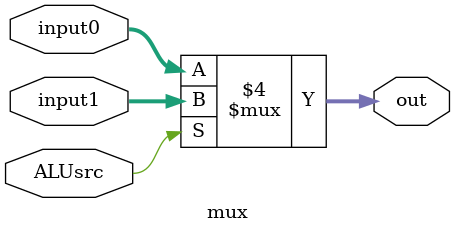
<source format=sv>
module mux(
    input logic [31:0] input0,
    input logic [31:0] input1,
    input logic ALUsrc,
    output logic [31:0] out
);

always_comb begin
    if (ALUsrc == 0)
        out = input0;
    else 
        out = input1;
end
    
endmodule

</source>
